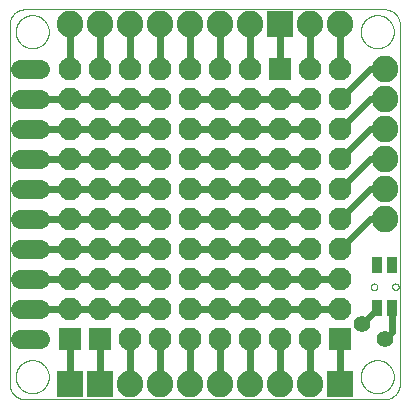
<source format=gtl>
G75*
%MOIN*%
%OFA0B0*%
%FSLAX25Y25*%
%IPPOS*%
%LPD*%
%AMOC8*
5,1,8,0,0,1.08239X$1,22.5*
%
%ADD10C,0.00000*%
%ADD11C,0.08858*%
%ADD12R,0.08858X0.08858*%
%ADD13R,0.03543X0.05512*%
%ADD14C,0.06496*%
%ADD15R,0.07677X0.07677*%
%ADD16C,0.02400*%
%ADD17C,0.07677*%
%ADD18C,0.05600*%
D10*
X0039428Y0006256D02*
X0039428Y0126217D01*
X0039430Y0126357D01*
X0039436Y0126497D01*
X0039446Y0126637D01*
X0039459Y0126777D01*
X0039477Y0126916D01*
X0039499Y0127055D01*
X0039524Y0127192D01*
X0039553Y0127330D01*
X0039586Y0127466D01*
X0039623Y0127601D01*
X0039664Y0127735D01*
X0039709Y0127868D01*
X0039757Y0128000D01*
X0039809Y0128130D01*
X0039864Y0128259D01*
X0039923Y0128386D01*
X0039986Y0128512D01*
X0040052Y0128636D01*
X0040121Y0128757D01*
X0040194Y0128877D01*
X0040271Y0128995D01*
X0040350Y0129110D01*
X0040433Y0129224D01*
X0040519Y0129334D01*
X0040608Y0129443D01*
X0040700Y0129549D01*
X0040795Y0129652D01*
X0040892Y0129753D01*
X0040993Y0129850D01*
X0041096Y0129945D01*
X0041202Y0130037D01*
X0041311Y0130126D01*
X0041421Y0130212D01*
X0041535Y0130295D01*
X0041650Y0130374D01*
X0041768Y0130451D01*
X0041888Y0130524D01*
X0042009Y0130593D01*
X0042133Y0130659D01*
X0042259Y0130722D01*
X0042386Y0130781D01*
X0042515Y0130836D01*
X0042645Y0130888D01*
X0042777Y0130936D01*
X0042910Y0130981D01*
X0043044Y0131022D01*
X0043179Y0131059D01*
X0043315Y0131092D01*
X0043453Y0131121D01*
X0043590Y0131146D01*
X0043729Y0131168D01*
X0043868Y0131186D01*
X0044008Y0131199D01*
X0044148Y0131209D01*
X0044288Y0131215D01*
X0044428Y0131217D01*
X0164429Y0131217D01*
X0164569Y0131215D01*
X0164709Y0131209D01*
X0164849Y0131199D01*
X0164989Y0131186D01*
X0165128Y0131168D01*
X0165267Y0131146D01*
X0165404Y0131121D01*
X0165542Y0131092D01*
X0165678Y0131059D01*
X0165813Y0131022D01*
X0165947Y0130981D01*
X0166080Y0130936D01*
X0166212Y0130888D01*
X0166342Y0130836D01*
X0166471Y0130781D01*
X0166598Y0130722D01*
X0166724Y0130659D01*
X0166848Y0130593D01*
X0166969Y0130524D01*
X0167089Y0130451D01*
X0167207Y0130374D01*
X0167322Y0130295D01*
X0167436Y0130212D01*
X0167546Y0130126D01*
X0167655Y0130037D01*
X0167761Y0129945D01*
X0167864Y0129850D01*
X0167965Y0129753D01*
X0168062Y0129652D01*
X0168157Y0129549D01*
X0168249Y0129443D01*
X0168338Y0129334D01*
X0168424Y0129224D01*
X0168507Y0129110D01*
X0168586Y0128995D01*
X0168663Y0128877D01*
X0168736Y0128757D01*
X0168805Y0128636D01*
X0168871Y0128512D01*
X0168934Y0128386D01*
X0168993Y0128259D01*
X0169048Y0128130D01*
X0169100Y0128000D01*
X0169148Y0127868D01*
X0169193Y0127735D01*
X0169234Y0127601D01*
X0169271Y0127466D01*
X0169304Y0127330D01*
X0169333Y0127192D01*
X0169358Y0127055D01*
X0169380Y0126916D01*
X0169398Y0126777D01*
X0169411Y0126637D01*
X0169421Y0126497D01*
X0169427Y0126357D01*
X0169429Y0126217D01*
X0169429Y0006256D01*
X0169427Y0006116D01*
X0169421Y0005976D01*
X0169411Y0005836D01*
X0169398Y0005696D01*
X0169380Y0005557D01*
X0169358Y0005418D01*
X0169333Y0005281D01*
X0169304Y0005143D01*
X0169271Y0005007D01*
X0169234Y0004872D01*
X0169193Y0004738D01*
X0169148Y0004605D01*
X0169100Y0004473D01*
X0169048Y0004343D01*
X0168993Y0004214D01*
X0168934Y0004087D01*
X0168871Y0003961D01*
X0168805Y0003837D01*
X0168736Y0003716D01*
X0168663Y0003596D01*
X0168586Y0003478D01*
X0168507Y0003363D01*
X0168424Y0003249D01*
X0168338Y0003139D01*
X0168249Y0003030D01*
X0168157Y0002924D01*
X0168062Y0002821D01*
X0167965Y0002720D01*
X0167864Y0002623D01*
X0167761Y0002528D01*
X0167655Y0002436D01*
X0167546Y0002347D01*
X0167436Y0002261D01*
X0167322Y0002178D01*
X0167207Y0002099D01*
X0167089Y0002022D01*
X0166969Y0001949D01*
X0166848Y0001880D01*
X0166724Y0001814D01*
X0166598Y0001751D01*
X0166471Y0001692D01*
X0166342Y0001637D01*
X0166212Y0001585D01*
X0166080Y0001537D01*
X0165947Y0001492D01*
X0165813Y0001451D01*
X0165678Y0001414D01*
X0165542Y0001381D01*
X0165404Y0001352D01*
X0165267Y0001327D01*
X0165128Y0001305D01*
X0164989Y0001287D01*
X0164849Y0001274D01*
X0164709Y0001264D01*
X0164569Y0001258D01*
X0164429Y0001256D01*
X0044428Y0001256D01*
X0044288Y0001258D01*
X0044148Y0001264D01*
X0044008Y0001274D01*
X0043868Y0001287D01*
X0043729Y0001305D01*
X0043590Y0001327D01*
X0043453Y0001352D01*
X0043315Y0001381D01*
X0043179Y0001414D01*
X0043044Y0001451D01*
X0042910Y0001492D01*
X0042777Y0001537D01*
X0042645Y0001585D01*
X0042515Y0001637D01*
X0042386Y0001692D01*
X0042259Y0001751D01*
X0042133Y0001814D01*
X0042009Y0001880D01*
X0041888Y0001949D01*
X0041768Y0002022D01*
X0041650Y0002099D01*
X0041535Y0002178D01*
X0041421Y0002261D01*
X0041311Y0002347D01*
X0041202Y0002436D01*
X0041096Y0002528D01*
X0040993Y0002623D01*
X0040892Y0002720D01*
X0040795Y0002821D01*
X0040700Y0002924D01*
X0040608Y0003030D01*
X0040519Y0003139D01*
X0040433Y0003249D01*
X0040350Y0003363D01*
X0040271Y0003478D01*
X0040194Y0003596D01*
X0040121Y0003716D01*
X0040052Y0003837D01*
X0039986Y0003961D01*
X0039923Y0004087D01*
X0039864Y0004214D01*
X0039809Y0004343D01*
X0039757Y0004473D01*
X0039709Y0004605D01*
X0039664Y0004738D01*
X0039623Y0004872D01*
X0039586Y0005007D01*
X0039553Y0005143D01*
X0039524Y0005281D01*
X0039499Y0005418D01*
X0039477Y0005557D01*
X0039459Y0005696D01*
X0039446Y0005836D01*
X0039436Y0005976D01*
X0039430Y0006116D01*
X0039428Y0006256D01*
X0041416Y0008756D02*
X0041418Y0008904D01*
X0041424Y0009052D01*
X0041434Y0009200D01*
X0041448Y0009347D01*
X0041466Y0009494D01*
X0041487Y0009640D01*
X0041513Y0009786D01*
X0041543Y0009931D01*
X0041576Y0010075D01*
X0041614Y0010218D01*
X0041655Y0010360D01*
X0041700Y0010501D01*
X0041748Y0010641D01*
X0041801Y0010780D01*
X0041857Y0010917D01*
X0041917Y0011052D01*
X0041980Y0011186D01*
X0042047Y0011318D01*
X0042118Y0011448D01*
X0042192Y0011576D01*
X0042269Y0011702D01*
X0042350Y0011826D01*
X0042434Y0011948D01*
X0042521Y0012067D01*
X0042612Y0012184D01*
X0042706Y0012299D01*
X0042802Y0012411D01*
X0042902Y0012521D01*
X0043004Y0012627D01*
X0043110Y0012731D01*
X0043218Y0012832D01*
X0043329Y0012930D01*
X0043442Y0013026D01*
X0043558Y0013118D01*
X0043676Y0013207D01*
X0043797Y0013292D01*
X0043920Y0013375D01*
X0044045Y0013454D01*
X0044172Y0013530D01*
X0044301Y0013602D01*
X0044432Y0013671D01*
X0044565Y0013736D01*
X0044700Y0013797D01*
X0044836Y0013855D01*
X0044973Y0013910D01*
X0045112Y0013960D01*
X0045253Y0014007D01*
X0045394Y0014050D01*
X0045537Y0014090D01*
X0045681Y0014125D01*
X0045825Y0014157D01*
X0045971Y0014184D01*
X0046117Y0014208D01*
X0046264Y0014228D01*
X0046411Y0014244D01*
X0046558Y0014256D01*
X0046706Y0014264D01*
X0046854Y0014268D01*
X0047002Y0014268D01*
X0047150Y0014264D01*
X0047298Y0014256D01*
X0047445Y0014244D01*
X0047592Y0014228D01*
X0047739Y0014208D01*
X0047885Y0014184D01*
X0048031Y0014157D01*
X0048175Y0014125D01*
X0048319Y0014090D01*
X0048462Y0014050D01*
X0048603Y0014007D01*
X0048744Y0013960D01*
X0048883Y0013910D01*
X0049020Y0013855D01*
X0049156Y0013797D01*
X0049291Y0013736D01*
X0049424Y0013671D01*
X0049555Y0013602D01*
X0049684Y0013530D01*
X0049811Y0013454D01*
X0049936Y0013375D01*
X0050059Y0013292D01*
X0050180Y0013207D01*
X0050298Y0013118D01*
X0050414Y0013026D01*
X0050527Y0012930D01*
X0050638Y0012832D01*
X0050746Y0012731D01*
X0050852Y0012627D01*
X0050954Y0012521D01*
X0051054Y0012411D01*
X0051150Y0012299D01*
X0051244Y0012184D01*
X0051335Y0012067D01*
X0051422Y0011948D01*
X0051506Y0011826D01*
X0051587Y0011702D01*
X0051664Y0011576D01*
X0051738Y0011448D01*
X0051809Y0011318D01*
X0051876Y0011186D01*
X0051939Y0011052D01*
X0051999Y0010917D01*
X0052055Y0010780D01*
X0052108Y0010641D01*
X0052156Y0010501D01*
X0052201Y0010360D01*
X0052242Y0010218D01*
X0052280Y0010075D01*
X0052313Y0009931D01*
X0052343Y0009786D01*
X0052369Y0009640D01*
X0052390Y0009494D01*
X0052408Y0009347D01*
X0052422Y0009200D01*
X0052432Y0009052D01*
X0052438Y0008904D01*
X0052440Y0008756D01*
X0052438Y0008608D01*
X0052432Y0008460D01*
X0052422Y0008312D01*
X0052408Y0008165D01*
X0052390Y0008018D01*
X0052369Y0007872D01*
X0052343Y0007726D01*
X0052313Y0007581D01*
X0052280Y0007437D01*
X0052242Y0007294D01*
X0052201Y0007152D01*
X0052156Y0007011D01*
X0052108Y0006871D01*
X0052055Y0006732D01*
X0051999Y0006595D01*
X0051939Y0006460D01*
X0051876Y0006326D01*
X0051809Y0006194D01*
X0051738Y0006064D01*
X0051664Y0005936D01*
X0051587Y0005810D01*
X0051506Y0005686D01*
X0051422Y0005564D01*
X0051335Y0005445D01*
X0051244Y0005328D01*
X0051150Y0005213D01*
X0051054Y0005101D01*
X0050954Y0004991D01*
X0050852Y0004885D01*
X0050746Y0004781D01*
X0050638Y0004680D01*
X0050527Y0004582D01*
X0050414Y0004486D01*
X0050298Y0004394D01*
X0050180Y0004305D01*
X0050059Y0004220D01*
X0049936Y0004137D01*
X0049811Y0004058D01*
X0049684Y0003982D01*
X0049555Y0003910D01*
X0049424Y0003841D01*
X0049291Y0003776D01*
X0049156Y0003715D01*
X0049020Y0003657D01*
X0048883Y0003602D01*
X0048744Y0003552D01*
X0048603Y0003505D01*
X0048462Y0003462D01*
X0048319Y0003422D01*
X0048175Y0003387D01*
X0048031Y0003355D01*
X0047885Y0003328D01*
X0047739Y0003304D01*
X0047592Y0003284D01*
X0047445Y0003268D01*
X0047298Y0003256D01*
X0047150Y0003248D01*
X0047002Y0003244D01*
X0046854Y0003244D01*
X0046706Y0003248D01*
X0046558Y0003256D01*
X0046411Y0003268D01*
X0046264Y0003284D01*
X0046117Y0003304D01*
X0045971Y0003328D01*
X0045825Y0003355D01*
X0045681Y0003387D01*
X0045537Y0003422D01*
X0045394Y0003462D01*
X0045253Y0003505D01*
X0045112Y0003552D01*
X0044973Y0003602D01*
X0044836Y0003657D01*
X0044700Y0003715D01*
X0044565Y0003776D01*
X0044432Y0003841D01*
X0044301Y0003910D01*
X0044172Y0003982D01*
X0044045Y0004058D01*
X0043920Y0004137D01*
X0043797Y0004220D01*
X0043676Y0004305D01*
X0043558Y0004394D01*
X0043442Y0004486D01*
X0043329Y0004582D01*
X0043218Y0004680D01*
X0043110Y0004781D01*
X0043004Y0004885D01*
X0042902Y0004991D01*
X0042802Y0005101D01*
X0042706Y0005213D01*
X0042612Y0005328D01*
X0042521Y0005445D01*
X0042434Y0005564D01*
X0042350Y0005686D01*
X0042269Y0005810D01*
X0042192Y0005936D01*
X0042118Y0006064D01*
X0042047Y0006194D01*
X0041980Y0006326D01*
X0041917Y0006460D01*
X0041857Y0006595D01*
X0041801Y0006732D01*
X0041748Y0006871D01*
X0041700Y0007011D01*
X0041655Y0007152D01*
X0041614Y0007294D01*
X0041576Y0007437D01*
X0041543Y0007581D01*
X0041513Y0007726D01*
X0041487Y0007872D01*
X0041466Y0008018D01*
X0041448Y0008165D01*
X0041434Y0008312D01*
X0041424Y0008460D01*
X0041418Y0008608D01*
X0041416Y0008756D01*
X0156416Y0008756D02*
X0156418Y0008904D01*
X0156424Y0009052D01*
X0156434Y0009200D01*
X0156448Y0009347D01*
X0156466Y0009494D01*
X0156487Y0009640D01*
X0156513Y0009786D01*
X0156543Y0009931D01*
X0156576Y0010075D01*
X0156614Y0010218D01*
X0156655Y0010360D01*
X0156700Y0010501D01*
X0156748Y0010641D01*
X0156801Y0010780D01*
X0156857Y0010917D01*
X0156917Y0011052D01*
X0156980Y0011186D01*
X0157047Y0011318D01*
X0157118Y0011448D01*
X0157192Y0011576D01*
X0157269Y0011702D01*
X0157350Y0011826D01*
X0157434Y0011948D01*
X0157521Y0012067D01*
X0157612Y0012184D01*
X0157706Y0012299D01*
X0157802Y0012411D01*
X0157902Y0012521D01*
X0158004Y0012627D01*
X0158110Y0012731D01*
X0158218Y0012832D01*
X0158329Y0012930D01*
X0158442Y0013026D01*
X0158558Y0013118D01*
X0158676Y0013207D01*
X0158797Y0013292D01*
X0158920Y0013375D01*
X0159045Y0013454D01*
X0159172Y0013530D01*
X0159301Y0013602D01*
X0159432Y0013671D01*
X0159565Y0013736D01*
X0159700Y0013797D01*
X0159836Y0013855D01*
X0159973Y0013910D01*
X0160112Y0013960D01*
X0160253Y0014007D01*
X0160394Y0014050D01*
X0160537Y0014090D01*
X0160681Y0014125D01*
X0160825Y0014157D01*
X0160971Y0014184D01*
X0161117Y0014208D01*
X0161264Y0014228D01*
X0161411Y0014244D01*
X0161558Y0014256D01*
X0161706Y0014264D01*
X0161854Y0014268D01*
X0162002Y0014268D01*
X0162150Y0014264D01*
X0162298Y0014256D01*
X0162445Y0014244D01*
X0162592Y0014228D01*
X0162739Y0014208D01*
X0162885Y0014184D01*
X0163031Y0014157D01*
X0163175Y0014125D01*
X0163319Y0014090D01*
X0163462Y0014050D01*
X0163603Y0014007D01*
X0163744Y0013960D01*
X0163883Y0013910D01*
X0164020Y0013855D01*
X0164156Y0013797D01*
X0164291Y0013736D01*
X0164424Y0013671D01*
X0164555Y0013602D01*
X0164684Y0013530D01*
X0164811Y0013454D01*
X0164936Y0013375D01*
X0165059Y0013292D01*
X0165180Y0013207D01*
X0165298Y0013118D01*
X0165414Y0013026D01*
X0165527Y0012930D01*
X0165638Y0012832D01*
X0165746Y0012731D01*
X0165852Y0012627D01*
X0165954Y0012521D01*
X0166054Y0012411D01*
X0166150Y0012299D01*
X0166244Y0012184D01*
X0166335Y0012067D01*
X0166422Y0011948D01*
X0166506Y0011826D01*
X0166587Y0011702D01*
X0166664Y0011576D01*
X0166738Y0011448D01*
X0166809Y0011318D01*
X0166876Y0011186D01*
X0166939Y0011052D01*
X0166999Y0010917D01*
X0167055Y0010780D01*
X0167108Y0010641D01*
X0167156Y0010501D01*
X0167201Y0010360D01*
X0167242Y0010218D01*
X0167280Y0010075D01*
X0167313Y0009931D01*
X0167343Y0009786D01*
X0167369Y0009640D01*
X0167390Y0009494D01*
X0167408Y0009347D01*
X0167422Y0009200D01*
X0167432Y0009052D01*
X0167438Y0008904D01*
X0167440Y0008756D01*
X0167438Y0008608D01*
X0167432Y0008460D01*
X0167422Y0008312D01*
X0167408Y0008165D01*
X0167390Y0008018D01*
X0167369Y0007872D01*
X0167343Y0007726D01*
X0167313Y0007581D01*
X0167280Y0007437D01*
X0167242Y0007294D01*
X0167201Y0007152D01*
X0167156Y0007011D01*
X0167108Y0006871D01*
X0167055Y0006732D01*
X0166999Y0006595D01*
X0166939Y0006460D01*
X0166876Y0006326D01*
X0166809Y0006194D01*
X0166738Y0006064D01*
X0166664Y0005936D01*
X0166587Y0005810D01*
X0166506Y0005686D01*
X0166422Y0005564D01*
X0166335Y0005445D01*
X0166244Y0005328D01*
X0166150Y0005213D01*
X0166054Y0005101D01*
X0165954Y0004991D01*
X0165852Y0004885D01*
X0165746Y0004781D01*
X0165638Y0004680D01*
X0165527Y0004582D01*
X0165414Y0004486D01*
X0165298Y0004394D01*
X0165180Y0004305D01*
X0165059Y0004220D01*
X0164936Y0004137D01*
X0164811Y0004058D01*
X0164684Y0003982D01*
X0164555Y0003910D01*
X0164424Y0003841D01*
X0164291Y0003776D01*
X0164156Y0003715D01*
X0164020Y0003657D01*
X0163883Y0003602D01*
X0163744Y0003552D01*
X0163603Y0003505D01*
X0163462Y0003462D01*
X0163319Y0003422D01*
X0163175Y0003387D01*
X0163031Y0003355D01*
X0162885Y0003328D01*
X0162739Y0003304D01*
X0162592Y0003284D01*
X0162445Y0003268D01*
X0162298Y0003256D01*
X0162150Y0003248D01*
X0162002Y0003244D01*
X0161854Y0003244D01*
X0161706Y0003248D01*
X0161558Y0003256D01*
X0161411Y0003268D01*
X0161264Y0003284D01*
X0161117Y0003304D01*
X0160971Y0003328D01*
X0160825Y0003355D01*
X0160681Y0003387D01*
X0160537Y0003422D01*
X0160394Y0003462D01*
X0160253Y0003505D01*
X0160112Y0003552D01*
X0159973Y0003602D01*
X0159836Y0003657D01*
X0159700Y0003715D01*
X0159565Y0003776D01*
X0159432Y0003841D01*
X0159301Y0003910D01*
X0159172Y0003982D01*
X0159045Y0004058D01*
X0158920Y0004137D01*
X0158797Y0004220D01*
X0158676Y0004305D01*
X0158558Y0004394D01*
X0158442Y0004486D01*
X0158329Y0004582D01*
X0158218Y0004680D01*
X0158110Y0004781D01*
X0158004Y0004885D01*
X0157902Y0004991D01*
X0157802Y0005101D01*
X0157706Y0005213D01*
X0157612Y0005328D01*
X0157521Y0005445D01*
X0157434Y0005564D01*
X0157350Y0005686D01*
X0157269Y0005810D01*
X0157192Y0005936D01*
X0157118Y0006064D01*
X0157047Y0006194D01*
X0156980Y0006326D01*
X0156917Y0006460D01*
X0156857Y0006595D01*
X0156801Y0006732D01*
X0156748Y0006871D01*
X0156700Y0007011D01*
X0156655Y0007152D01*
X0156614Y0007294D01*
X0156576Y0007437D01*
X0156543Y0007581D01*
X0156513Y0007726D01*
X0156487Y0007872D01*
X0156466Y0008018D01*
X0156448Y0008165D01*
X0156434Y0008312D01*
X0156424Y0008460D01*
X0156418Y0008608D01*
X0156416Y0008756D01*
X0159802Y0038756D02*
X0159804Y0038821D01*
X0159810Y0038887D01*
X0159820Y0038951D01*
X0159833Y0039015D01*
X0159851Y0039078D01*
X0159872Y0039140D01*
X0159897Y0039200D01*
X0159926Y0039259D01*
X0159958Y0039316D01*
X0159994Y0039371D01*
X0160032Y0039424D01*
X0160074Y0039474D01*
X0160119Y0039522D01*
X0160167Y0039567D01*
X0160217Y0039609D01*
X0160270Y0039647D01*
X0160325Y0039683D01*
X0160382Y0039715D01*
X0160441Y0039744D01*
X0160501Y0039769D01*
X0160563Y0039790D01*
X0160626Y0039808D01*
X0160690Y0039821D01*
X0160754Y0039831D01*
X0160820Y0039837D01*
X0160885Y0039839D01*
X0160950Y0039837D01*
X0161016Y0039831D01*
X0161080Y0039821D01*
X0161144Y0039808D01*
X0161207Y0039790D01*
X0161269Y0039769D01*
X0161329Y0039744D01*
X0161388Y0039715D01*
X0161445Y0039683D01*
X0161500Y0039647D01*
X0161553Y0039609D01*
X0161603Y0039567D01*
X0161651Y0039522D01*
X0161696Y0039474D01*
X0161738Y0039424D01*
X0161776Y0039371D01*
X0161812Y0039316D01*
X0161844Y0039259D01*
X0161873Y0039200D01*
X0161898Y0039140D01*
X0161919Y0039078D01*
X0161937Y0039015D01*
X0161950Y0038951D01*
X0161960Y0038887D01*
X0161966Y0038821D01*
X0161968Y0038756D01*
X0161966Y0038691D01*
X0161960Y0038625D01*
X0161950Y0038561D01*
X0161937Y0038497D01*
X0161919Y0038434D01*
X0161898Y0038372D01*
X0161873Y0038312D01*
X0161844Y0038253D01*
X0161812Y0038196D01*
X0161776Y0038141D01*
X0161738Y0038088D01*
X0161696Y0038038D01*
X0161651Y0037990D01*
X0161603Y0037945D01*
X0161553Y0037903D01*
X0161500Y0037865D01*
X0161445Y0037829D01*
X0161388Y0037797D01*
X0161329Y0037768D01*
X0161269Y0037743D01*
X0161207Y0037722D01*
X0161144Y0037704D01*
X0161080Y0037691D01*
X0161016Y0037681D01*
X0160950Y0037675D01*
X0160885Y0037673D01*
X0160820Y0037675D01*
X0160754Y0037681D01*
X0160690Y0037691D01*
X0160626Y0037704D01*
X0160563Y0037722D01*
X0160501Y0037743D01*
X0160441Y0037768D01*
X0160382Y0037797D01*
X0160325Y0037829D01*
X0160270Y0037865D01*
X0160217Y0037903D01*
X0160167Y0037945D01*
X0160119Y0037990D01*
X0160074Y0038038D01*
X0160032Y0038088D01*
X0159994Y0038141D01*
X0159958Y0038196D01*
X0159926Y0038253D01*
X0159897Y0038312D01*
X0159872Y0038372D01*
X0159851Y0038434D01*
X0159833Y0038497D01*
X0159820Y0038561D01*
X0159810Y0038625D01*
X0159804Y0038691D01*
X0159802Y0038756D01*
X0166889Y0038756D02*
X0166891Y0038821D01*
X0166897Y0038887D01*
X0166907Y0038951D01*
X0166920Y0039015D01*
X0166938Y0039078D01*
X0166959Y0039140D01*
X0166984Y0039200D01*
X0167013Y0039259D01*
X0167045Y0039316D01*
X0167081Y0039371D01*
X0167119Y0039424D01*
X0167161Y0039474D01*
X0167206Y0039522D01*
X0167254Y0039567D01*
X0167304Y0039609D01*
X0167357Y0039647D01*
X0167412Y0039683D01*
X0167469Y0039715D01*
X0167528Y0039744D01*
X0167588Y0039769D01*
X0167650Y0039790D01*
X0167713Y0039808D01*
X0167777Y0039821D01*
X0167841Y0039831D01*
X0167907Y0039837D01*
X0167972Y0039839D01*
X0168037Y0039837D01*
X0168103Y0039831D01*
X0168167Y0039821D01*
X0168231Y0039808D01*
X0168294Y0039790D01*
X0168356Y0039769D01*
X0168416Y0039744D01*
X0168475Y0039715D01*
X0168532Y0039683D01*
X0168587Y0039647D01*
X0168640Y0039609D01*
X0168690Y0039567D01*
X0168738Y0039522D01*
X0168783Y0039474D01*
X0168825Y0039424D01*
X0168863Y0039371D01*
X0168899Y0039316D01*
X0168931Y0039259D01*
X0168960Y0039200D01*
X0168985Y0039140D01*
X0169006Y0039078D01*
X0169024Y0039015D01*
X0169037Y0038951D01*
X0169047Y0038887D01*
X0169053Y0038821D01*
X0169055Y0038756D01*
X0169053Y0038691D01*
X0169047Y0038625D01*
X0169037Y0038561D01*
X0169024Y0038497D01*
X0169006Y0038434D01*
X0168985Y0038372D01*
X0168960Y0038312D01*
X0168931Y0038253D01*
X0168899Y0038196D01*
X0168863Y0038141D01*
X0168825Y0038088D01*
X0168783Y0038038D01*
X0168738Y0037990D01*
X0168690Y0037945D01*
X0168640Y0037903D01*
X0168587Y0037865D01*
X0168532Y0037829D01*
X0168475Y0037797D01*
X0168416Y0037768D01*
X0168356Y0037743D01*
X0168294Y0037722D01*
X0168231Y0037704D01*
X0168167Y0037691D01*
X0168103Y0037681D01*
X0168037Y0037675D01*
X0167972Y0037673D01*
X0167907Y0037675D01*
X0167841Y0037681D01*
X0167777Y0037691D01*
X0167713Y0037704D01*
X0167650Y0037722D01*
X0167588Y0037743D01*
X0167528Y0037768D01*
X0167469Y0037797D01*
X0167412Y0037829D01*
X0167357Y0037865D01*
X0167304Y0037903D01*
X0167254Y0037945D01*
X0167206Y0037990D01*
X0167161Y0038038D01*
X0167119Y0038088D01*
X0167081Y0038141D01*
X0167045Y0038196D01*
X0167013Y0038253D01*
X0166984Y0038312D01*
X0166959Y0038372D01*
X0166938Y0038434D01*
X0166920Y0038497D01*
X0166907Y0038561D01*
X0166897Y0038625D01*
X0166891Y0038691D01*
X0166889Y0038756D01*
X0156416Y0123756D02*
X0156418Y0123904D01*
X0156424Y0124052D01*
X0156434Y0124200D01*
X0156448Y0124347D01*
X0156466Y0124494D01*
X0156487Y0124640D01*
X0156513Y0124786D01*
X0156543Y0124931D01*
X0156576Y0125075D01*
X0156614Y0125218D01*
X0156655Y0125360D01*
X0156700Y0125501D01*
X0156748Y0125641D01*
X0156801Y0125780D01*
X0156857Y0125917D01*
X0156917Y0126052D01*
X0156980Y0126186D01*
X0157047Y0126318D01*
X0157118Y0126448D01*
X0157192Y0126576D01*
X0157269Y0126702D01*
X0157350Y0126826D01*
X0157434Y0126948D01*
X0157521Y0127067D01*
X0157612Y0127184D01*
X0157706Y0127299D01*
X0157802Y0127411D01*
X0157902Y0127521D01*
X0158004Y0127627D01*
X0158110Y0127731D01*
X0158218Y0127832D01*
X0158329Y0127930D01*
X0158442Y0128026D01*
X0158558Y0128118D01*
X0158676Y0128207D01*
X0158797Y0128292D01*
X0158920Y0128375D01*
X0159045Y0128454D01*
X0159172Y0128530D01*
X0159301Y0128602D01*
X0159432Y0128671D01*
X0159565Y0128736D01*
X0159700Y0128797D01*
X0159836Y0128855D01*
X0159973Y0128910D01*
X0160112Y0128960D01*
X0160253Y0129007D01*
X0160394Y0129050D01*
X0160537Y0129090D01*
X0160681Y0129125D01*
X0160825Y0129157D01*
X0160971Y0129184D01*
X0161117Y0129208D01*
X0161264Y0129228D01*
X0161411Y0129244D01*
X0161558Y0129256D01*
X0161706Y0129264D01*
X0161854Y0129268D01*
X0162002Y0129268D01*
X0162150Y0129264D01*
X0162298Y0129256D01*
X0162445Y0129244D01*
X0162592Y0129228D01*
X0162739Y0129208D01*
X0162885Y0129184D01*
X0163031Y0129157D01*
X0163175Y0129125D01*
X0163319Y0129090D01*
X0163462Y0129050D01*
X0163603Y0129007D01*
X0163744Y0128960D01*
X0163883Y0128910D01*
X0164020Y0128855D01*
X0164156Y0128797D01*
X0164291Y0128736D01*
X0164424Y0128671D01*
X0164555Y0128602D01*
X0164684Y0128530D01*
X0164811Y0128454D01*
X0164936Y0128375D01*
X0165059Y0128292D01*
X0165180Y0128207D01*
X0165298Y0128118D01*
X0165414Y0128026D01*
X0165527Y0127930D01*
X0165638Y0127832D01*
X0165746Y0127731D01*
X0165852Y0127627D01*
X0165954Y0127521D01*
X0166054Y0127411D01*
X0166150Y0127299D01*
X0166244Y0127184D01*
X0166335Y0127067D01*
X0166422Y0126948D01*
X0166506Y0126826D01*
X0166587Y0126702D01*
X0166664Y0126576D01*
X0166738Y0126448D01*
X0166809Y0126318D01*
X0166876Y0126186D01*
X0166939Y0126052D01*
X0166999Y0125917D01*
X0167055Y0125780D01*
X0167108Y0125641D01*
X0167156Y0125501D01*
X0167201Y0125360D01*
X0167242Y0125218D01*
X0167280Y0125075D01*
X0167313Y0124931D01*
X0167343Y0124786D01*
X0167369Y0124640D01*
X0167390Y0124494D01*
X0167408Y0124347D01*
X0167422Y0124200D01*
X0167432Y0124052D01*
X0167438Y0123904D01*
X0167440Y0123756D01*
X0167438Y0123608D01*
X0167432Y0123460D01*
X0167422Y0123312D01*
X0167408Y0123165D01*
X0167390Y0123018D01*
X0167369Y0122872D01*
X0167343Y0122726D01*
X0167313Y0122581D01*
X0167280Y0122437D01*
X0167242Y0122294D01*
X0167201Y0122152D01*
X0167156Y0122011D01*
X0167108Y0121871D01*
X0167055Y0121732D01*
X0166999Y0121595D01*
X0166939Y0121460D01*
X0166876Y0121326D01*
X0166809Y0121194D01*
X0166738Y0121064D01*
X0166664Y0120936D01*
X0166587Y0120810D01*
X0166506Y0120686D01*
X0166422Y0120564D01*
X0166335Y0120445D01*
X0166244Y0120328D01*
X0166150Y0120213D01*
X0166054Y0120101D01*
X0165954Y0119991D01*
X0165852Y0119885D01*
X0165746Y0119781D01*
X0165638Y0119680D01*
X0165527Y0119582D01*
X0165414Y0119486D01*
X0165298Y0119394D01*
X0165180Y0119305D01*
X0165059Y0119220D01*
X0164936Y0119137D01*
X0164811Y0119058D01*
X0164684Y0118982D01*
X0164555Y0118910D01*
X0164424Y0118841D01*
X0164291Y0118776D01*
X0164156Y0118715D01*
X0164020Y0118657D01*
X0163883Y0118602D01*
X0163744Y0118552D01*
X0163603Y0118505D01*
X0163462Y0118462D01*
X0163319Y0118422D01*
X0163175Y0118387D01*
X0163031Y0118355D01*
X0162885Y0118328D01*
X0162739Y0118304D01*
X0162592Y0118284D01*
X0162445Y0118268D01*
X0162298Y0118256D01*
X0162150Y0118248D01*
X0162002Y0118244D01*
X0161854Y0118244D01*
X0161706Y0118248D01*
X0161558Y0118256D01*
X0161411Y0118268D01*
X0161264Y0118284D01*
X0161117Y0118304D01*
X0160971Y0118328D01*
X0160825Y0118355D01*
X0160681Y0118387D01*
X0160537Y0118422D01*
X0160394Y0118462D01*
X0160253Y0118505D01*
X0160112Y0118552D01*
X0159973Y0118602D01*
X0159836Y0118657D01*
X0159700Y0118715D01*
X0159565Y0118776D01*
X0159432Y0118841D01*
X0159301Y0118910D01*
X0159172Y0118982D01*
X0159045Y0119058D01*
X0158920Y0119137D01*
X0158797Y0119220D01*
X0158676Y0119305D01*
X0158558Y0119394D01*
X0158442Y0119486D01*
X0158329Y0119582D01*
X0158218Y0119680D01*
X0158110Y0119781D01*
X0158004Y0119885D01*
X0157902Y0119991D01*
X0157802Y0120101D01*
X0157706Y0120213D01*
X0157612Y0120328D01*
X0157521Y0120445D01*
X0157434Y0120564D01*
X0157350Y0120686D01*
X0157269Y0120810D01*
X0157192Y0120936D01*
X0157118Y0121064D01*
X0157047Y0121194D01*
X0156980Y0121326D01*
X0156917Y0121460D01*
X0156857Y0121595D01*
X0156801Y0121732D01*
X0156748Y0121871D01*
X0156700Y0122011D01*
X0156655Y0122152D01*
X0156614Y0122294D01*
X0156576Y0122437D01*
X0156543Y0122581D01*
X0156513Y0122726D01*
X0156487Y0122872D01*
X0156466Y0123018D01*
X0156448Y0123165D01*
X0156434Y0123312D01*
X0156424Y0123460D01*
X0156418Y0123608D01*
X0156416Y0123756D01*
X0041416Y0123756D02*
X0041418Y0123904D01*
X0041424Y0124052D01*
X0041434Y0124200D01*
X0041448Y0124347D01*
X0041466Y0124494D01*
X0041487Y0124640D01*
X0041513Y0124786D01*
X0041543Y0124931D01*
X0041576Y0125075D01*
X0041614Y0125218D01*
X0041655Y0125360D01*
X0041700Y0125501D01*
X0041748Y0125641D01*
X0041801Y0125780D01*
X0041857Y0125917D01*
X0041917Y0126052D01*
X0041980Y0126186D01*
X0042047Y0126318D01*
X0042118Y0126448D01*
X0042192Y0126576D01*
X0042269Y0126702D01*
X0042350Y0126826D01*
X0042434Y0126948D01*
X0042521Y0127067D01*
X0042612Y0127184D01*
X0042706Y0127299D01*
X0042802Y0127411D01*
X0042902Y0127521D01*
X0043004Y0127627D01*
X0043110Y0127731D01*
X0043218Y0127832D01*
X0043329Y0127930D01*
X0043442Y0128026D01*
X0043558Y0128118D01*
X0043676Y0128207D01*
X0043797Y0128292D01*
X0043920Y0128375D01*
X0044045Y0128454D01*
X0044172Y0128530D01*
X0044301Y0128602D01*
X0044432Y0128671D01*
X0044565Y0128736D01*
X0044700Y0128797D01*
X0044836Y0128855D01*
X0044973Y0128910D01*
X0045112Y0128960D01*
X0045253Y0129007D01*
X0045394Y0129050D01*
X0045537Y0129090D01*
X0045681Y0129125D01*
X0045825Y0129157D01*
X0045971Y0129184D01*
X0046117Y0129208D01*
X0046264Y0129228D01*
X0046411Y0129244D01*
X0046558Y0129256D01*
X0046706Y0129264D01*
X0046854Y0129268D01*
X0047002Y0129268D01*
X0047150Y0129264D01*
X0047298Y0129256D01*
X0047445Y0129244D01*
X0047592Y0129228D01*
X0047739Y0129208D01*
X0047885Y0129184D01*
X0048031Y0129157D01*
X0048175Y0129125D01*
X0048319Y0129090D01*
X0048462Y0129050D01*
X0048603Y0129007D01*
X0048744Y0128960D01*
X0048883Y0128910D01*
X0049020Y0128855D01*
X0049156Y0128797D01*
X0049291Y0128736D01*
X0049424Y0128671D01*
X0049555Y0128602D01*
X0049684Y0128530D01*
X0049811Y0128454D01*
X0049936Y0128375D01*
X0050059Y0128292D01*
X0050180Y0128207D01*
X0050298Y0128118D01*
X0050414Y0128026D01*
X0050527Y0127930D01*
X0050638Y0127832D01*
X0050746Y0127731D01*
X0050852Y0127627D01*
X0050954Y0127521D01*
X0051054Y0127411D01*
X0051150Y0127299D01*
X0051244Y0127184D01*
X0051335Y0127067D01*
X0051422Y0126948D01*
X0051506Y0126826D01*
X0051587Y0126702D01*
X0051664Y0126576D01*
X0051738Y0126448D01*
X0051809Y0126318D01*
X0051876Y0126186D01*
X0051939Y0126052D01*
X0051999Y0125917D01*
X0052055Y0125780D01*
X0052108Y0125641D01*
X0052156Y0125501D01*
X0052201Y0125360D01*
X0052242Y0125218D01*
X0052280Y0125075D01*
X0052313Y0124931D01*
X0052343Y0124786D01*
X0052369Y0124640D01*
X0052390Y0124494D01*
X0052408Y0124347D01*
X0052422Y0124200D01*
X0052432Y0124052D01*
X0052438Y0123904D01*
X0052440Y0123756D01*
X0052438Y0123608D01*
X0052432Y0123460D01*
X0052422Y0123312D01*
X0052408Y0123165D01*
X0052390Y0123018D01*
X0052369Y0122872D01*
X0052343Y0122726D01*
X0052313Y0122581D01*
X0052280Y0122437D01*
X0052242Y0122294D01*
X0052201Y0122152D01*
X0052156Y0122011D01*
X0052108Y0121871D01*
X0052055Y0121732D01*
X0051999Y0121595D01*
X0051939Y0121460D01*
X0051876Y0121326D01*
X0051809Y0121194D01*
X0051738Y0121064D01*
X0051664Y0120936D01*
X0051587Y0120810D01*
X0051506Y0120686D01*
X0051422Y0120564D01*
X0051335Y0120445D01*
X0051244Y0120328D01*
X0051150Y0120213D01*
X0051054Y0120101D01*
X0050954Y0119991D01*
X0050852Y0119885D01*
X0050746Y0119781D01*
X0050638Y0119680D01*
X0050527Y0119582D01*
X0050414Y0119486D01*
X0050298Y0119394D01*
X0050180Y0119305D01*
X0050059Y0119220D01*
X0049936Y0119137D01*
X0049811Y0119058D01*
X0049684Y0118982D01*
X0049555Y0118910D01*
X0049424Y0118841D01*
X0049291Y0118776D01*
X0049156Y0118715D01*
X0049020Y0118657D01*
X0048883Y0118602D01*
X0048744Y0118552D01*
X0048603Y0118505D01*
X0048462Y0118462D01*
X0048319Y0118422D01*
X0048175Y0118387D01*
X0048031Y0118355D01*
X0047885Y0118328D01*
X0047739Y0118304D01*
X0047592Y0118284D01*
X0047445Y0118268D01*
X0047298Y0118256D01*
X0047150Y0118248D01*
X0047002Y0118244D01*
X0046854Y0118244D01*
X0046706Y0118248D01*
X0046558Y0118256D01*
X0046411Y0118268D01*
X0046264Y0118284D01*
X0046117Y0118304D01*
X0045971Y0118328D01*
X0045825Y0118355D01*
X0045681Y0118387D01*
X0045537Y0118422D01*
X0045394Y0118462D01*
X0045253Y0118505D01*
X0045112Y0118552D01*
X0044973Y0118602D01*
X0044836Y0118657D01*
X0044700Y0118715D01*
X0044565Y0118776D01*
X0044432Y0118841D01*
X0044301Y0118910D01*
X0044172Y0118982D01*
X0044045Y0119058D01*
X0043920Y0119137D01*
X0043797Y0119220D01*
X0043676Y0119305D01*
X0043558Y0119394D01*
X0043442Y0119486D01*
X0043329Y0119582D01*
X0043218Y0119680D01*
X0043110Y0119781D01*
X0043004Y0119885D01*
X0042902Y0119991D01*
X0042802Y0120101D01*
X0042706Y0120213D01*
X0042612Y0120328D01*
X0042521Y0120445D01*
X0042434Y0120564D01*
X0042350Y0120686D01*
X0042269Y0120810D01*
X0042192Y0120936D01*
X0042118Y0121064D01*
X0042047Y0121194D01*
X0041980Y0121326D01*
X0041917Y0121460D01*
X0041857Y0121595D01*
X0041801Y0121732D01*
X0041748Y0121871D01*
X0041700Y0122011D01*
X0041655Y0122152D01*
X0041614Y0122294D01*
X0041576Y0122437D01*
X0041543Y0122581D01*
X0041513Y0122726D01*
X0041487Y0122872D01*
X0041466Y0123018D01*
X0041448Y0123165D01*
X0041434Y0123312D01*
X0041424Y0123460D01*
X0041418Y0123608D01*
X0041416Y0123756D01*
D11*
X0059428Y0126256D03*
X0069428Y0126256D03*
X0079428Y0126256D03*
X0089428Y0126256D03*
X0099428Y0126256D03*
X0109428Y0126256D03*
X0119428Y0126256D03*
X0139428Y0126256D03*
X0149428Y0126256D03*
X0164428Y0111256D03*
X0164428Y0101256D03*
X0164428Y0091256D03*
X0164428Y0081256D03*
X0164428Y0071256D03*
X0164428Y0061256D03*
X0139428Y0006256D03*
X0129428Y0006256D03*
X0119428Y0006256D03*
X0109428Y0006256D03*
X0099428Y0006256D03*
X0089428Y0006256D03*
X0079428Y0006256D03*
D12*
X0069428Y0006256D03*
X0059428Y0006256D03*
X0149428Y0006256D03*
X0129428Y0126256D03*
D13*
X0161869Y0045843D03*
X0166988Y0045843D03*
X0166988Y0031669D03*
X0161869Y0031669D03*
D14*
X0049428Y0031256D02*
X0042932Y0031256D01*
X0042932Y0041256D02*
X0049428Y0041256D01*
X0049428Y0051256D02*
X0042932Y0051256D01*
X0042932Y0061256D02*
X0049428Y0061256D01*
X0049428Y0071256D02*
X0042932Y0071256D01*
X0042932Y0081256D02*
X0049428Y0081256D01*
X0049428Y0091256D02*
X0042932Y0091256D01*
X0042932Y0101256D02*
X0049428Y0101256D01*
X0049428Y0111256D02*
X0042932Y0111256D01*
X0042932Y0021256D02*
X0049428Y0021256D01*
D15*
X0059428Y0021256D03*
X0069428Y0021256D03*
X0149428Y0021256D03*
X0129428Y0111256D03*
D16*
X0129428Y0126256D01*
X0139428Y0126256D02*
X0139428Y0111256D01*
X0149428Y0111256D02*
X0149428Y0126256D01*
X0159428Y0111256D02*
X0164428Y0111256D01*
X0159428Y0111256D02*
X0149428Y0101256D01*
X0139428Y0101256D02*
X0129428Y0101256D01*
X0119428Y0101256D01*
X0109428Y0101256D01*
X0099428Y0101256D01*
X0089428Y0101256D02*
X0079428Y0101256D01*
X0069428Y0101256D01*
X0059428Y0101256D01*
X0049428Y0101256D01*
X0049428Y0091256D02*
X0059428Y0091256D01*
X0069428Y0091256D01*
X0079428Y0091256D01*
X0089428Y0091256D01*
X0099428Y0091256D02*
X0109428Y0091256D01*
X0119428Y0091256D01*
X0129428Y0091256D01*
X0139428Y0091256D01*
X0149428Y0091256D02*
X0159428Y0101256D01*
X0164428Y0101256D01*
X0164428Y0091256D02*
X0159428Y0091256D01*
X0149428Y0081256D01*
X0139428Y0081256D02*
X0129428Y0081256D01*
X0119428Y0081256D01*
X0109428Y0081256D01*
X0099428Y0081256D01*
X0089428Y0081256D02*
X0079428Y0081256D01*
X0069428Y0081256D01*
X0059428Y0081256D01*
X0049428Y0081256D01*
X0049428Y0071256D02*
X0059428Y0071256D01*
X0069428Y0071256D01*
X0079428Y0071256D01*
X0089428Y0071256D01*
X0099428Y0071256D02*
X0109428Y0071256D01*
X0119428Y0071256D01*
X0129428Y0071256D01*
X0139428Y0071256D01*
X0149428Y0071256D02*
X0159428Y0081256D01*
X0164428Y0081256D01*
X0164428Y0071256D02*
X0159428Y0071256D01*
X0149428Y0061256D01*
X0139428Y0061256D02*
X0129428Y0061256D01*
X0119428Y0061256D01*
X0109428Y0061256D01*
X0099428Y0061256D01*
X0089428Y0061256D02*
X0079428Y0061256D01*
X0069428Y0061256D01*
X0059428Y0061256D01*
X0049428Y0061256D01*
X0049428Y0051256D02*
X0059428Y0051256D01*
X0069428Y0051256D01*
X0079428Y0051256D01*
X0089428Y0051256D01*
X0099428Y0051256D02*
X0109428Y0051256D01*
X0119428Y0051256D01*
X0129428Y0051256D01*
X0139428Y0051256D01*
X0149428Y0051256D02*
X0159428Y0061256D01*
X0164428Y0061256D01*
X0149428Y0041256D02*
X0139428Y0041256D01*
X0129428Y0041256D01*
X0119428Y0041256D01*
X0109428Y0041256D01*
X0099428Y0041256D01*
X0089428Y0041256D02*
X0079428Y0041256D01*
X0069428Y0041256D01*
X0059428Y0041256D01*
X0049428Y0041256D01*
X0049428Y0031256D02*
X0059428Y0031256D01*
X0069428Y0031256D01*
X0079428Y0031256D01*
X0089428Y0031256D01*
X0099428Y0031256D02*
X0109428Y0031256D01*
X0119428Y0031256D01*
X0129428Y0031256D01*
X0139428Y0031256D01*
X0149428Y0031256D01*
X0156928Y0026256D02*
X0161869Y0031197D01*
X0161869Y0031669D01*
X0166988Y0031669D02*
X0166988Y0023815D01*
X0164428Y0021256D01*
X0149428Y0021256D02*
X0149428Y0006256D01*
X0139428Y0006256D02*
X0139428Y0021256D01*
X0129428Y0021256D02*
X0129428Y0006256D01*
X0119428Y0006256D02*
X0119428Y0021256D01*
X0109428Y0021256D02*
X0109428Y0006256D01*
X0099428Y0006256D02*
X0099428Y0021256D01*
X0089428Y0021256D02*
X0089428Y0006256D01*
X0079428Y0006256D02*
X0079428Y0021256D01*
X0069428Y0021256D02*
X0069428Y0006256D01*
X0059428Y0006256D02*
X0059428Y0021256D01*
X0059428Y0111256D02*
X0059428Y0126256D01*
X0069428Y0126256D02*
X0069428Y0111256D01*
X0079428Y0111256D02*
X0079428Y0126256D01*
X0089428Y0126256D02*
X0089428Y0111256D01*
X0099428Y0111256D02*
X0099428Y0126256D01*
X0109428Y0126256D02*
X0109428Y0111256D01*
X0119428Y0111256D02*
X0119428Y0126256D01*
D17*
X0119428Y0111256D03*
X0109428Y0111256D03*
X0099428Y0111256D03*
X0089428Y0111256D03*
X0079428Y0111256D03*
X0069428Y0111256D03*
X0059428Y0111256D03*
X0059428Y0101256D03*
X0069428Y0101256D03*
X0079428Y0101256D03*
X0089428Y0101256D03*
X0099428Y0101256D03*
X0109428Y0101256D03*
X0119428Y0101256D03*
X0129428Y0101256D03*
X0139428Y0101256D03*
X0149428Y0101256D03*
X0149428Y0111256D03*
X0139428Y0111256D03*
X0139428Y0091256D03*
X0129428Y0091256D03*
X0119428Y0091256D03*
X0109428Y0091256D03*
X0099428Y0091256D03*
X0089428Y0091256D03*
X0079428Y0091256D03*
X0069428Y0091256D03*
X0059428Y0091256D03*
X0059428Y0081256D03*
X0069428Y0081256D03*
X0079428Y0081256D03*
X0089428Y0081256D03*
X0099428Y0081256D03*
X0109428Y0081256D03*
X0119428Y0081256D03*
X0129428Y0081256D03*
X0139428Y0081256D03*
X0149428Y0081256D03*
X0149428Y0091256D03*
X0149428Y0071256D03*
X0139428Y0071256D03*
X0129428Y0071256D03*
X0119428Y0071256D03*
X0109428Y0071256D03*
X0099428Y0071256D03*
X0089428Y0071256D03*
X0079428Y0071256D03*
X0069428Y0071256D03*
X0059428Y0071256D03*
X0059428Y0061256D03*
X0059428Y0051256D03*
X0069428Y0051256D03*
X0069428Y0061256D03*
X0079428Y0061256D03*
X0089428Y0061256D03*
X0089428Y0051256D03*
X0079428Y0051256D03*
X0079428Y0041256D03*
X0089428Y0041256D03*
X0099428Y0041256D03*
X0109428Y0041256D03*
X0119428Y0041256D03*
X0129428Y0041256D03*
X0139428Y0041256D03*
X0149428Y0041256D03*
X0149428Y0051256D03*
X0139428Y0051256D03*
X0129428Y0051256D03*
X0119428Y0051256D03*
X0109428Y0051256D03*
X0099428Y0051256D03*
X0099428Y0061256D03*
X0109428Y0061256D03*
X0119428Y0061256D03*
X0129428Y0061256D03*
X0139428Y0061256D03*
X0149428Y0061256D03*
X0149428Y0031256D03*
X0139428Y0031256D03*
X0129428Y0031256D03*
X0119428Y0031256D03*
X0109428Y0031256D03*
X0099428Y0031256D03*
X0089428Y0031256D03*
X0079428Y0031256D03*
X0069428Y0031256D03*
X0059428Y0031256D03*
X0059428Y0041256D03*
X0069428Y0041256D03*
X0079428Y0021256D03*
X0089428Y0021256D03*
X0099428Y0021256D03*
X0109428Y0021256D03*
X0119428Y0021256D03*
X0129428Y0021256D03*
X0139428Y0021256D03*
D18*
X0156928Y0026256D03*
X0164428Y0021256D03*
M02*

</source>
